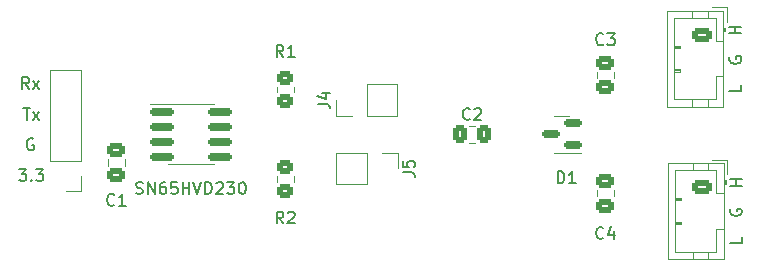
<source format=gto>
G04 #@! TF.GenerationSoftware,KiCad,Pcbnew,7.0.9-1.fc39*
G04 #@! TF.CreationDate,2023-11-14T16:09:12+02:00*
G04 #@! TF.ProjectId,CAN_transceiver_module,43414e5f-7472-4616-9e73-636569766572,v1.0*
G04 #@! TF.SameCoordinates,Original*
G04 #@! TF.FileFunction,Legend,Top*
G04 #@! TF.FilePolarity,Positive*
%FSLAX46Y46*%
G04 Gerber Fmt 4.6, Leading zero omitted, Abs format (unit mm)*
G04 Created by KiCad (PCBNEW 7.0.9-1.fc39) date 2023-11-14 16:09:12*
%MOMM*%
%LPD*%
G01*
G04 APERTURE LIST*
G04 Aperture macros list*
%AMRoundRect*
0 Rectangle with rounded corners*
0 $1 Rounding radius*
0 $2 $3 $4 $5 $6 $7 $8 $9 X,Y pos of 4 corners*
0 Add a 4 corners polygon primitive as box body*
4,1,4,$2,$3,$4,$5,$6,$7,$8,$9,$2,$3,0*
0 Add four circle primitives for the rounded corners*
1,1,$1+$1,$2,$3*
1,1,$1+$1,$4,$5*
1,1,$1+$1,$6,$7*
1,1,$1+$1,$8,$9*
0 Add four rect primitives between the rounded corners*
20,1,$1+$1,$2,$3,$4,$5,0*
20,1,$1+$1,$4,$5,$6,$7,0*
20,1,$1+$1,$6,$7,$8,$9,0*
20,1,$1+$1,$8,$9,$2,$3,0*%
G04 Aperture macros list end*
%ADD10C,0.150000*%
%ADD11C,0.120000*%
%ADD12R,1.700000X1.700000*%
%ADD13O,1.700000X1.700000*%
%ADD14RoundRect,0.250000X-0.625000X0.350000X-0.625000X-0.350000X0.625000X-0.350000X0.625000X0.350000X0*%
%ADD15O,1.750000X1.200000*%
%ADD16RoundRect,0.250000X-0.337500X-0.475000X0.337500X-0.475000X0.337500X0.475000X-0.337500X0.475000X0*%
%ADD17RoundRect,0.150000X0.587500X0.150000X-0.587500X0.150000X-0.587500X-0.150000X0.587500X-0.150000X0*%
%ADD18RoundRect,0.250000X-0.475000X0.337500X-0.475000X-0.337500X0.475000X-0.337500X0.475000X0.337500X0*%
%ADD19RoundRect,0.150000X-0.825000X-0.150000X0.825000X-0.150000X0.825000X0.150000X-0.825000X0.150000X0*%
%ADD20RoundRect,0.250000X0.475000X-0.337500X0.475000X0.337500X-0.475000X0.337500X-0.475000X-0.337500X0*%
%ADD21RoundRect,0.250000X0.450000X-0.350000X0.450000X0.350000X-0.450000X0.350000X-0.450000X-0.350000X0*%
%ADD22RoundRect,0.250000X-0.450000X0.350000X-0.450000X-0.350000X0.450000X-0.350000X0.450000X0.350000X0*%
G04 APERTURE END LIST*
D10*
X143061905Y-104154819D02*
X143061905Y-103154819D01*
X143061905Y-103154819D02*
X143300000Y-103154819D01*
X143300000Y-103154819D02*
X143442857Y-103202438D01*
X143442857Y-103202438D02*
X143538095Y-103297676D01*
X143538095Y-103297676D02*
X143585714Y-103392914D01*
X143585714Y-103392914D02*
X143633333Y-103583390D01*
X143633333Y-103583390D02*
X143633333Y-103726247D01*
X143633333Y-103726247D02*
X143585714Y-103916723D01*
X143585714Y-103916723D02*
X143538095Y-104011961D01*
X143538095Y-104011961D02*
X143442857Y-104107200D01*
X143442857Y-104107200D02*
X143300000Y-104154819D01*
X143300000Y-104154819D02*
X143061905Y-104154819D01*
X144585714Y-104154819D02*
X144014286Y-104154819D01*
X144300000Y-104154819D02*
X144300000Y-103154819D01*
X144300000Y-103154819D02*
X144204762Y-103297676D01*
X144204762Y-103297676D02*
X144109524Y-103392914D01*
X144109524Y-103392914D02*
X144014286Y-103440533D01*
X97809524Y-97754819D02*
X98380952Y-97754819D01*
X98095238Y-98754819D02*
X98095238Y-97754819D01*
X98619048Y-98754819D02*
X99142857Y-98088152D01*
X98619048Y-98088152D02*
X99142857Y-98754819D01*
X98661904Y-100402438D02*
X98566666Y-100354819D01*
X98566666Y-100354819D02*
X98423809Y-100354819D01*
X98423809Y-100354819D02*
X98280952Y-100402438D01*
X98280952Y-100402438D02*
X98185714Y-100497676D01*
X98185714Y-100497676D02*
X98138095Y-100592914D01*
X98138095Y-100592914D02*
X98090476Y-100783390D01*
X98090476Y-100783390D02*
X98090476Y-100926247D01*
X98090476Y-100926247D02*
X98138095Y-101116723D01*
X98138095Y-101116723D02*
X98185714Y-101211961D01*
X98185714Y-101211961D02*
X98280952Y-101307200D01*
X98280952Y-101307200D02*
X98423809Y-101354819D01*
X98423809Y-101354819D02*
X98519047Y-101354819D01*
X98519047Y-101354819D02*
X98661904Y-101307200D01*
X98661904Y-101307200D02*
X98709523Y-101259580D01*
X98709523Y-101259580D02*
X98709523Y-100926247D01*
X98709523Y-100926247D02*
X98519047Y-100926247D01*
X97452381Y-102954819D02*
X98071428Y-102954819D01*
X98071428Y-102954819D02*
X97738095Y-103335771D01*
X97738095Y-103335771D02*
X97880952Y-103335771D01*
X97880952Y-103335771D02*
X97976190Y-103383390D01*
X97976190Y-103383390D02*
X98023809Y-103431009D01*
X98023809Y-103431009D02*
X98071428Y-103526247D01*
X98071428Y-103526247D02*
X98071428Y-103764342D01*
X98071428Y-103764342D02*
X98023809Y-103859580D01*
X98023809Y-103859580D02*
X97976190Y-103907200D01*
X97976190Y-103907200D02*
X97880952Y-103954819D01*
X97880952Y-103954819D02*
X97595238Y-103954819D01*
X97595238Y-103954819D02*
X97500000Y-103907200D01*
X97500000Y-103907200D02*
X97452381Y-103859580D01*
X98500000Y-103859580D02*
X98547619Y-103907200D01*
X98547619Y-103907200D02*
X98500000Y-103954819D01*
X98500000Y-103954819D02*
X98452381Y-103907200D01*
X98452381Y-103907200D02*
X98500000Y-103859580D01*
X98500000Y-103859580D02*
X98500000Y-103954819D01*
X98880952Y-102954819D02*
X99499999Y-102954819D01*
X99499999Y-102954819D02*
X99166666Y-103335771D01*
X99166666Y-103335771D02*
X99309523Y-103335771D01*
X99309523Y-103335771D02*
X99404761Y-103383390D01*
X99404761Y-103383390D02*
X99452380Y-103431009D01*
X99452380Y-103431009D02*
X99499999Y-103526247D01*
X99499999Y-103526247D02*
X99499999Y-103764342D01*
X99499999Y-103764342D02*
X99452380Y-103859580D01*
X99452380Y-103859580D02*
X99404761Y-103907200D01*
X99404761Y-103907200D02*
X99309523Y-103954819D01*
X99309523Y-103954819D02*
X99023809Y-103954819D01*
X99023809Y-103954819D02*
X98928571Y-103907200D01*
X98928571Y-103907200D02*
X98880952Y-103859580D01*
X129959819Y-103233333D02*
X130674104Y-103233333D01*
X130674104Y-103233333D02*
X130816961Y-103280952D01*
X130816961Y-103280952D02*
X130912200Y-103376190D01*
X130912200Y-103376190D02*
X130959819Y-103519047D01*
X130959819Y-103519047D02*
X130959819Y-103614285D01*
X129959819Y-102280952D02*
X129959819Y-102757142D01*
X129959819Y-102757142D02*
X130436009Y-102804761D01*
X130436009Y-102804761D02*
X130388390Y-102757142D01*
X130388390Y-102757142D02*
X130340771Y-102661904D01*
X130340771Y-102661904D02*
X130340771Y-102423809D01*
X130340771Y-102423809D02*
X130388390Y-102328571D01*
X130388390Y-102328571D02*
X130436009Y-102280952D01*
X130436009Y-102280952D02*
X130531247Y-102233333D01*
X130531247Y-102233333D02*
X130769342Y-102233333D01*
X130769342Y-102233333D02*
X130864580Y-102280952D01*
X130864580Y-102280952D02*
X130912200Y-102328571D01*
X130912200Y-102328571D02*
X130959819Y-102423809D01*
X130959819Y-102423809D02*
X130959819Y-102661904D01*
X130959819Y-102661904D02*
X130912200Y-102757142D01*
X130912200Y-102757142D02*
X130864580Y-102804761D01*
X122749819Y-97433333D02*
X123464104Y-97433333D01*
X123464104Y-97433333D02*
X123606961Y-97480952D01*
X123606961Y-97480952D02*
X123702200Y-97576190D01*
X123702200Y-97576190D02*
X123749819Y-97719047D01*
X123749819Y-97719047D02*
X123749819Y-97814285D01*
X123083152Y-96528571D02*
X123749819Y-96528571D01*
X122702200Y-96766666D02*
X123416485Y-97004761D01*
X123416485Y-97004761D02*
X123416485Y-96385714D01*
X158604819Y-95838095D02*
X158604819Y-96314285D01*
X158604819Y-96314285D02*
X157604819Y-96314285D01*
X157652438Y-93457142D02*
X157604819Y-93552380D01*
X157604819Y-93552380D02*
X157604819Y-93695237D01*
X157604819Y-93695237D02*
X157652438Y-93838094D01*
X157652438Y-93838094D02*
X157747676Y-93933332D01*
X157747676Y-93933332D02*
X157842914Y-93980951D01*
X157842914Y-93980951D02*
X158033390Y-94028570D01*
X158033390Y-94028570D02*
X158176247Y-94028570D01*
X158176247Y-94028570D02*
X158366723Y-93980951D01*
X158366723Y-93980951D02*
X158461961Y-93933332D01*
X158461961Y-93933332D02*
X158557200Y-93838094D01*
X158557200Y-93838094D02*
X158604819Y-93695237D01*
X158604819Y-93695237D02*
X158604819Y-93599999D01*
X158604819Y-93599999D02*
X158557200Y-93457142D01*
X158557200Y-93457142D02*
X158509580Y-93409523D01*
X158509580Y-93409523D02*
X158176247Y-93409523D01*
X158176247Y-93409523D02*
X158176247Y-93599999D01*
X158604819Y-91457141D02*
X157604819Y-91457141D01*
X158081009Y-91457141D02*
X158081009Y-90885713D01*
X158604819Y-90885713D02*
X157604819Y-90885713D01*
X135633333Y-98679580D02*
X135585714Y-98727200D01*
X135585714Y-98727200D02*
X135442857Y-98774819D01*
X135442857Y-98774819D02*
X135347619Y-98774819D01*
X135347619Y-98774819D02*
X135204762Y-98727200D01*
X135204762Y-98727200D02*
X135109524Y-98631961D01*
X135109524Y-98631961D02*
X135061905Y-98536723D01*
X135061905Y-98536723D02*
X135014286Y-98346247D01*
X135014286Y-98346247D02*
X135014286Y-98203390D01*
X135014286Y-98203390D02*
X135061905Y-98012914D01*
X135061905Y-98012914D02*
X135109524Y-97917676D01*
X135109524Y-97917676D02*
X135204762Y-97822438D01*
X135204762Y-97822438D02*
X135347619Y-97774819D01*
X135347619Y-97774819D02*
X135442857Y-97774819D01*
X135442857Y-97774819D02*
X135585714Y-97822438D01*
X135585714Y-97822438D02*
X135633333Y-97870057D01*
X136014286Y-97870057D02*
X136061905Y-97822438D01*
X136061905Y-97822438D02*
X136157143Y-97774819D01*
X136157143Y-97774819D02*
X136395238Y-97774819D01*
X136395238Y-97774819D02*
X136490476Y-97822438D01*
X136490476Y-97822438D02*
X136538095Y-97870057D01*
X136538095Y-97870057D02*
X136585714Y-97965295D01*
X136585714Y-97965295D02*
X136585714Y-98060533D01*
X136585714Y-98060533D02*
X136538095Y-98203390D01*
X136538095Y-98203390D02*
X135966667Y-98774819D01*
X135966667Y-98774819D02*
X136585714Y-98774819D01*
X105533333Y-105959580D02*
X105485714Y-106007200D01*
X105485714Y-106007200D02*
X105342857Y-106054819D01*
X105342857Y-106054819D02*
X105247619Y-106054819D01*
X105247619Y-106054819D02*
X105104762Y-106007200D01*
X105104762Y-106007200D02*
X105009524Y-105911961D01*
X105009524Y-105911961D02*
X104961905Y-105816723D01*
X104961905Y-105816723D02*
X104914286Y-105626247D01*
X104914286Y-105626247D02*
X104914286Y-105483390D01*
X104914286Y-105483390D02*
X104961905Y-105292914D01*
X104961905Y-105292914D02*
X105009524Y-105197676D01*
X105009524Y-105197676D02*
X105104762Y-105102438D01*
X105104762Y-105102438D02*
X105247619Y-105054819D01*
X105247619Y-105054819D02*
X105342857Y-105054819D01*
X105342857Y-105054819D02*
X105485714Y-105102438D01*
X105485714Y-105102438D02*
X105533333Y-105150057D01*
X106485714Y-106054819D02*
X105914286Y-106054819D01*
X106200000Y-106054819D02*
X106200000Y-105054819D01*
X106200000Y-105054819D02*
X106104762Y-105197676D01*
X106104762Y-105197676D02*
X106009524Y-105292914D01*
X106009524Y-105292914D02*
X105914286Y-105340533D01*
X107357143Y-105007200D02*
X107500000Y-105054819D01*
X107500000Y-105054819D02*
X107738095Y-105054819D01*
X107738095Y-105054819D02*
X107833333Y-105007200D01*
X107833333Y-105007200D02*
X107880952Y-104959580D01*
X107880952Y-104959580D02*
X107928571Y-104864342D01*
X107928571Y-104864342D02*
X107928571Y-104769104D01*
X107928571Y-104769104D02*
X107880952Y-104673866D01*
X107880952Y-104673866D02*
X107833333Y-104626247D01*
X107833333Y-104626247D02*
X107738095Y-104578628D01*
X107738095Y-104578628D02*
X107547619Y-104531009D01*
X107547619Y-104531009D02*
X107452381Y-104483390D01*
X107452381Y-104483390D02*
X107404762Y-104435771D01*
X107404762Y-104435771D02*
X107357143Y-104340533D01*
X107357143Y-104340533D02*
X107357143Y-104245295D01*
X107357143Y-104245295D02*
X107404762Y-104150057D01*
X107404762Y-104150057D02*
X107452381Y-104102438D01*
X107452381Y-104102438D02*
X107547619Y-104054819D01*
X107547619Y-104054819D02*
X107785714Y-104054819D01*
X107785714Y-104054819D02*
X107928571Y-104102438D01*
X108357143Y-105054819D02*
X108357143Y-104054819D01*
X108357143Y-104054819D02*
X108928571Y-105054819D01*
X108928571Y-105054819D02*
X108928571Y-104054819D01*
X109833333Y-104054819D02*
X109642857Y-104054819D01*
X109642857Y-104054819D02*
X109547619Y-104102438D01*
X109547619Y-104102438D02*
X109500000Y-104150057D01*
X109500000Y-104150057D02*
X109404762Y-104292914D01*
X109404762Y-104292914D02*
X109357143Y-104483390D01*
X109357143Y-104483390D02*
X109357143Y-104864342D01*
X109357143Y-104864342D02*
X109404762Y-104959580D01*
X109404762Y-104959580D02*
X109452381Y-105007200D01*
X109452381Y-105007200D02*
X109547619Y-105054819D01*
X109547619Y-105054819D02*
X109738095Y-105054819D01*
X109738095Y-105054819D02*
X109833333Y-105007200D01*
X109833333Y-105007200D02*
X109880952Y-104959580D01*
X109880952Y-104959580D02*
X109928571Y-104864342D01*
X109928571Y-104864342D02*
X109928571Y-104626247D01*
X109928571Y-104626247D02*
X109880952Y-104531009D01*
X109880952Y-104531009D02*
X109833333Y-104483390D01*
X109833333Y-104483390D02*
X109738095Y-104435771D01*
X109738095Y-104435771D02*
X109547619Y-104435771D01*
X109547619Y-104435771D02*
X109452381Y-104483390D01*
X109452381Y-104483390D02*
X109404762Y-104531009D01*
X109404762Y-104531009D02*
X109357143Y-104626247D01*
X110833333Y-104054819D02*
X110357143Y-104054819D01*
X110357143Y-104054819D02*
X110309524Y-104531009D01*
X110309524Y-104531009D02*
X110357143Y-104483390D01*
X110357143Y-104483390D02*
X110452381Y-104435771D01*
X110452381Y-104435771D02*
X110690476Y-104435771D01*
X110690476Y-104435771D02*
X110785714Y-104483390D01*
X110785714Y-104483390D02*
X110833333Y-104531009D01*
X110833333Y-104531009D02*
X110880952Y-104626247D01*
X110880952Y-104626247D02*
X110880952Y-104864342D01*
X110880952Y-104864342D02*
X110833333Y-104959580D01*
X110833333Y-104959580D02*
X110785714Y-105007200D01*
X110785714Y-105007200D02*
X110690476Y-105054819D01*
X110690476Y-105054819D02*
X110452381Y-105054819D01*
X110452381Y-105054819D02*
X110357143Y-105007200D01*
X110357143Y-105007200D02*
X110309524Y-104959580D01*
X111309524Y-105054819D02*
X111309524Y-104054819D01*
X111309524Y-104531009D02*
X111880952Y-104531009D01*
X111880952Y-105054819D02*
X111880952Y-104054819D01*
X112214286Y-104054819D02*
X112547619Y-105054819D01*
X112547619Y-105054819D02*
X112880952Y-104054819D01*
X113214286Y-105054819D02*
X113214286Y-104054819D01*
X113214286Y-104054819D02*
X113452381Y-104054819D01*
X113452381Y-104054819D02*
X113595238Y-104102438D01*
X113595238Y-104102438D02*
X113690476Y-104197676D01*
X113690476Y-104197676D02*
X113738095Y-104292914D01*
X113738095Y-104292914D02*
X113785714Y-104483390D01*
X113785714Y-104483390D02*
X113785714Y-104626247D01*
X113785714Y-104626247D02*
X113738095Y-104816723D01*
X113738095Y-104816723D02*
X113690476Y-104911961D01*
X113690476Y-104911961D02*
X113595238Y-105007200D01*
X113595238Y-105007200D02*
X113452381Y-105054819D01*
X113452381Y-105054819D02*
X113214286Y-105054819D01*
X114166667Y-104150057D02*
X114214286Y-104102438D01*
X114214286Y-104102438D02*
X114309524Y-104054819D01*
X114309524Y-104054819D02*
X114547619Y-104054819D01*
X114547619Y-104054819D02*
X114642857Y-104102438D01*
X114642857Y-104102438D02*
X114690476Y-104150057D01*
X114690476Y-104150057D02*
X114738095Y-104245295D01*
X114738095Y-104245295D02*
X114738095Y-104340533D01*
X114738095Y-104340533D02*
X114690476Y-104483390D01*
X114690476Y-104483390D02*
X114119048Y-105054819D01*
X114119048Y-105054819D02*
X114738095Y-105054819D01*
X115071429Y-104054819D02*
X115690476Y-104054819D01*
X115690476Y-104054819D02*
X115357143Y-104435771D01*
X115357143Y-104435771D02*
X115500000Y-104435771D01*
X115500000Y-104435771D02*
X115595238Y-104483390D01*
X115595238Y-104483390D02*
X115642857Y-104531009D01*
X115642857Y-104531009D02*
X115690476Y-104626247D01*
X115690476Y-104626247D02*
X115690476Y-104864342D01*
X115690476Y-104864342D02*
X115642857Y-104959580D01*
X115642857Y-104959580D02*
X115595238Y-105007200D01*
X115595238Y-105007200D02*
X115500000Y-105054819D01*
X115500000Y-105054819D02*
X115214286Y-105054819D01*
X115214286Y-105054819D02*
X115119048Y-105007200D01*
X115119048Y-105007200D02*
X115071429Y-104959580D01*
X116309524Y-104054819D02*
X116404762Y-104054819D01*
X116404762Y-104054819D02*
X116500000Y-104102438D01*
X116500000Y-104102438D02*
X116547619Y-104150057D01*
X116547619Y-104150057D02*
X116595238Y-104245295D01*
X116595238Y-104245295D02*
X116642857Y-104435771D01*
X116642857Y-104435771D02*
X116642857Y-104673866D01*
X116642857Y-104673866D02*
X116595238Y-104864342D01*
X116595238Y-104864342D02*
X116547619Y-104959580D01*
X116547619Y-104959580D02*
X116500000Y-105007200D01*
X116500000Y-105007200D02*
X116404762Y-105054819D01*
X116404762Y-105054819D02*
X116309524Y-105054819D01*
X116309524Y-105054819D02*
X116214286Y-105007200D01*
X116214286Y-105007200D02*
X116166667Y-104959580D01*
X116166667Y-104959580D02*
X116119048Y-104864342D01*
X116119048Y-104864342D02*
X116071429Y-104673866D01*
X116071429Y-104673866D02*
X116071429Y-104435771D01*
X116071429Y-104435771D02*
X116119048Y-104245295D01*
X116119048Y-104245295D02*
X116166667Y-104150057D01*
X116166667Y-104150057D02*
X116214286Y-104102438D01*
X116214286Y-104102438D02*
X116309524Y-104054819D01*
X146933333Y-108759580D02*
X146885714Y-108807200D01*
X146885714Y-108807200D02*
X146742857Y-108854819D01*
X146742857Y-108854819D02*
X146647619Y-108854819D01*
X146647619Y-108854819D02*
X146504762Y-108807200D01*
X146504762Y-108807200D02*
X146409524Y-108711961D01*
X146409524Y-108711961D02*
X146361905Y-108616723D01*
X146361905Y-108616723D02*
X146314286Y-108426247D01*
X146314286Y-108426247D02*
X146314286Y-108283390D01*
X146314286Y-108283390D02*
X146361905Y-108092914D01*
X146361905Y-108092914D02*
X146409524Y-107997676D01*
X146409524Y-107997676D02*
X146504762Y-107902438D01*
X146504762Y-107902438D02*
X146647619Y-107854819D01*
X146647619Y-107854819D02*
X146742857Y-107854819D01*
X146742857Y-107854819D02*
X146885714Y-107902438D01*
X146885714Y-107902438D02*
X146933333Y-107950057D01*
X147790476Y-108188152D02*
X147790476Y-108854819D01*
X147552381Y-107807200D02*
X147314286Y-108521485D01*
X147314286Y-108521485D02*
X147933333Y-108521485D01*
X119833333Y-107554819D02*
X119500000Y-107078628D01*
X119261905Y-107554819D02*
X119261905Y-106554819D01*
X119261905Y-106554819D02*
X119642857Y-106554819D01*
X119642857Y-106554819D02*
X119738095Y-106602438D01*
X119738095Y-106602438D02*
X119785714Y-106650057D01*
X119785714Y-106650057D02*
X119833333Y-106745295D01*
X119833333Y-106745295D02*
X119833333Y-106888152D01*
X119833333Y-106888152D02*
X119785714Y-106983390D01*
X119785714Y-106983390D02*
X119738095Y-107031009D01*
X119738095Y-107031009D02*
X119642857Y-107078628D01*
X119642857Y-107078628D02*
X119261905Y-107078628D01*
X120214286Y-106650057D02*
X120261905Y-106602438D01*
X120261905Y-106602438D02*
X120357143Y-106554819D01*
X120357143Y-106554819D02*
X120595238Y-106554819D01*
X120595238Y-106554819D02*
X120690476Y-106602438D01*
X120690476Y-106602438D02*
X120738095Y-106650057D01*
X120738095Y-106650057D02*
X120785714Y-106745295D01*
X120785714Y-106745295D02*
X120785714Y-106840533D01*
X120785714Y-106840533D02*
X120738095Y-106983390D01*
X120738095Y-106983390D02*
X120166667Y-107554819D01*
X120166667Y-107554819D02*
X120785714Y-107554819D01*
X158654819Y-108738095D02*
X158654819Y-109214285D01*
X158654819Y-109214285D02*
X157654819Y-109214285D01*
X157702438Y-106357142D02*
X157654819Y-106452380D01*
X157654819Y-106452380D02*
X157654819Y-106595237D01*
X157654819Y-106595237D02*
X157702438Y-106738094D01*
X157702438Y-106738094D02*
X157797676Y-106833332D01*
X157797676Y-106833332D02*
X157892914Y-106880951D01*
X157892914Y-106880951D02*
X158083390Y-106928570D01*
X158083390Y-106928570D02*
X158226247Y-106928570D01*
X158226247Y-106928570D02*
X158416723Y-106880951D01*
X158416723Y-106880951D02*
X158511961Y-106833332D01*
X158511961Y-106833332D02*
X158607200Y-106738094D01*
X158607200Y-106738094D02*
X158654819Y-106595237D01*
X158654819Y-106595237D02*
X158654819Y-106499999D01*
X158654819Y-106499999D02*
X158607200Y-106357142D01*
X158607200Y-106357142D02*
X158559580Y-106309523D01*
X158559580Y-106309523D02*
X158226247Y-106309523D01*
X158226247Y-106309523D02*
X158226247Y-106499999D01*
X158654819Y-104357141D02*
X157654819Y-104357141D01*
X158131009Y-104357141D02*
X158131009Y-103785713D01*
X158654819Y-103785713D02*
X157654819Y-103785713D01*
X146933333Y-92359580D02*
X146885714Y-92407200D01*
X146885714Y-92407200D02*
X146742857Y-92454819D01*
X146742857Y-92454819D02*
X146647619Y-92454819D01*
X146647619Y-92454819D02*
X146504762Y-92407200D01*
X146504762Y-92407200D02*
X146409524Y-92311961D01*
X146409524Y-92311961D02*
X146361905Y-92216723D01*
X146361905Y-92216723D02*
X146314286Y-92026247D01*
X146314286Y-92026247D02*
X146314286Y-91883390D01*
X146314286Y-91883390D02*
X146361905Y-91692914D01*
X146361905Y-91692914D02*
X146409524Y-91597676D01*
X146409524Y-91597676D02*
X146504762Y-91502438D01*
X146504762Y-91502438D02*
X146647619Y-91454819D01*
X146647619Y-91454819D02*
X146742857Y-91454819D01*
X146742857Y-91454819D02*
X146885714Y-91502438D01*
X146885714Y-91502438D02*
X146933333Y-91550057D01*
X147266667Y-91454819D02*
X147885714Y-91454819D01*
X147885714Y-91454819D02*
X147552381Y-91835771D01*
X147552381Y-91835771D02*
X147695238Y-91835771D01*
X147695238Y-91835771D02*
X147790476Y-91883390D01*
X147790476Y-91883390D02*
X147838095Y-91931009D01*
X147838095Y-91931009D02*
X147885714Y-92026247D01*
X147885714Y-92026247D02*
X147885714Y-92264342D01*
X147885714Y-92264342D02*
X147838095Y-92359580D01*
X147838095Y-92359580D02*
X147790476Y-92407200D01*
X147790476Y-92407200D02*
X147695238Y-92454819D01*
X147695238Y-92454819D02*
X147409524Y-92454819D01*
X147409524Y-92454819D02*
X147314286Y-92407200D01*
X147314286Y-92407200D02*
X147266667Y-92359580D01*
X98304761Y-96154819D02*
X97971428Y-95678628D01*
X97733333Y-96154819D02*
X97733333Y-95154819D01*
X97733333Y-95154819D02*
X98114285Y-95154819D01*
X98114285Y-95154819D02*
X98209523Y-95202438D01*
X98209523Y-95202438D02*
X98257142Y-95250057D01*
X98257142Y-95250057D02*
X98304761Y-95345295D01*
X98304761Y-95345295D02*
X98304761Y-95488152D01*
X98304761Y-95488152D02*
X98257142Y-95583390D01*
X98257142Y-95583390D02*
X98209523Y-95631009D01*
X98209523Y-95631009D02*
X98114285Y-95678628D01*
X98114285Y-95678628D02*
X97733333Y-95678628D01*
X98638095Y-96154819D02*
X99161904Y-95488152D01*
X98638095Y-95488152D02*
X99161904Y-96154819D01*
X119833333Y-93454819D02*
X119500000Y-92978628D01*
X119261905Y-93454819D02*
X119261905Y-92454819D01*
X119261905Y-92454819D02*
X119642857Y-92454819D01*
X119642857Y-92454819D02*
X119738095Y-92502438D01*
X119738095Y-92502438D02*
X119785714Y-92550057D01*
X119785714Y-92550057D02*
X119833333Y-92645295D01*
X119833333Y-92645295D02*
X119833333Y-92788152D01*
X119833333Y-92788152D02*
X119785714Y-92883390D01*
X119785714Y-92883390D02*
X119738095Y-92931009D01*
X119738095Y-92931009D02*
X119642857Y-92978628D01*
X119642857Y-92978628D02*
X119261905Y-92978628D01*
X120785714Y-93454819D02*
X120214286Y-93454819D01*
X120500000Y-93454819D02*
X120500000Y-92454819D01*
X120500000Y-92454819D02*
X120404762Y-92597676D01*
X120404762Y-92597676D02*
X120309524Y-92692914D01*
X120309524Y-92692914D02*
X120214286Y-92740533D01*
D11*
X128175000Y-101570000D02*
X129505000Y-101570000D01*
X124305000Y-101570000D02*
X124305000Y-104230000D01*
X126905000Y-101570000D02*
X124305000Y-101570000D01*
X126905000Y-101570000D02*
X126905000Y-104230000D01*
X129505000Y-101570000D02*
X129505000Y-102900000D01*
X126905000Y-104230000D02*
X124305000Y-104230000D01*
X126895000Y-95770000D02*
X129495000Y-95770000D01*
X124295000Y-98430000D02*
X124295000Y-97100000D01*
X126895000Y-98430000D02*
X126895000Y-95770000D01*
X126895000Y-98430000D02*
X129495000Y-98430000D01*
X129495000Y-98430000D02*
X129495000Y-95770000D01*
X125625000Y-98430000D02*
X124295000Y-98430000D01*
X157360000Y-89240000D02*
X156110000Y-89240000D01*
X157060000Y-89540000D02*
X152340000Y-89540000D01*
X155750000Y-89540000D02*
X155750000Y-90150000D01*
X154450000Y-89540000D02*
X154450000Y-90150000D01*
X152340000Y-89540000D02*
X152340000Y-97660000D01*
X156450000Y-90150000D02*
X152950000Y-90150000D01*
X152950000Y-90150000D02*
X152950000Y-97050000D01*
X157360000Y-90490000D02*
X157360000Y-89240000D01*
X157260000Y-91000000D02*
X157060000Y-91000000D01*
X157260000Y-91300000D02*
X157260000Y-91000000D01*
X157160000Y-91300000D02*
X157160000Y-91000000D01*
X157060000Y-91300000D02*
X157260000Y-91300000D01*
X157060000Y-92100000D02*
X156450000Y-92100000D01*
X156450000Y-92100000D02*
X156450000Y-90150000D01*
X153450000Y-92500000D02*
X153450000Y-92700000D01*
X152950000Y-92500000D02*
X153450000Y-92500000D01*
X152950000Y-92600000D02*
X153450000Y-92600000D01*
X153450000Y-92700000D02*
X152950000Y-92700000D01*
X153450000Y-94500000D02*
X153450000Y-94700000D01*
X152950000Y-94500000D02*
X153450000Y-94500000D01*
X152950000Y-94600000D02*
X153450000Y-94600000D01*
X153450000Y-94700000D02*
X152950000Y-94700000D01*
X156450000Y-95100000D02*
X157060000Y-95100000D01*
X156450000Y-97050000D02*
X156450000Y-95100000D01*
X152950000Y-97050000D02*
X156450000Y-97050000D01*
X157060000Y-97660000D02*
X157060000Y-89540000D01*
X155750000Y-97660000D02*
X155750000Y-97050000D01*
X154450000Y-97660000D02*
X154450000Y-97050000D01*
X152340000Y-97660000D02*
X157060000Y-97660000D01*
X135538748Y-100735000D02*
X136061252Y-100735000D01*
X135538748Y-99265000D02*
X136061252Y-99265000D01*
X143400000Y-101560000D02*
X145075000Y-101560000D01*
X143400000Y-101560000D02*
X142750000Y-101560000D01*
X143400000Y-98440000D02*
X144050000Y-98440000D01*
X143400000Y-98440000D02*
X142750000Y-98440000D01*
X106435000Y-102138748D02*
X106435000Y-102661252D01*
X104965000Y-102138748D02*
X104965000Y-102661252D01*
X112000000Y-97440000D02*
X108550000Y-97440000D01*
X112000000Y-97440000D02*
X113950000Y-97440000D01*
X112000000Y-102560000D02*
X110050000Y-102560000D01*
X112000000Y-102560000D02*
X113950000Y-102560000D01*
X146365000Y-105261252D02*
X146365000Y-104738748D01*
X147835000Y-105261252D02*
X147835000Y-104738748D01*
X120735000Y-104027064D02*
X120735000Y-103572936D01*
X119265000Y-104027064D02*
X119265000Y-103572936D01*
X157410000Y-102140000D02*
X156160000Y-102140000D01*
X157110000Y-102440000D02*
X152390000Y-102440000D01*
X155800000Y-102440000D02*
X155800000Y-103050000D01*
X154500000Y-102440000D02*
X154500000Y-103050000D01*
X152390000Y-102440000D02*
X152390000Y-110560000D01*
X156500000Y-103050000D02*
X153000000Y-103050000D01*
X153000000Y-103050000D02*
X153000000Y-109950000D01*
X157410000Y-103390000D02*
X157410000Y-102140000D01*
X157310000Y-103900000D02*
X157110000Y-103900000D01*
X157310000Y-104200000D02*
X157310000Y-103900000D01*
X157210000Y-104200000D02*
X157210000Y-103900000D01*
X157110000Y-104200000D02*
X157310000Y-104200000D01*
X157110000Y-105000000D02*
X156500000Y-105000000D01*
X156500000Y-105000000D02*
X156500000Y-103050000D01*
X153500000Y-105400000D02*
X153500000Y-105600000D01*
X153000000Y-105400000D02*
X153500000Y-105400000D01*
X153000000Y-105500000D02*
X153500000Y-105500000D01*
X153500000Y-105600000D02*
X153000000Y-105600000D01*
X153500000Y-107400000D02*
X153500000Y-107600000D01*
X153000000Y-107400000D02*
X153500000Y-107400000D01*
X153000000Y-107500000D02*
X153500000Y-107500000D01*
X153500000Y-107600000D02*
X153000000Y-107600000D01*
X156500000Y-108000000D02*
X157110000Y-108000000D01*
X156500000Y-109950000D02*
X156500000Y-108000000D01*
X153000000Y-109950000D02*
X156500000Y-109950000D01*
X157110000Y-110560000D02*
X157110000Y-102440000D01*
X155800000Y-110560000D02*
X155800000Y-109950000D01*
X154500000Y-110560000D02*
X154500000Y-109950000D01*
X152390000Y-110560000D02*
X157110000Y-110560000D01*
X146365000Y-95261252D02*
X146365000Y-94738748D01*
X147835000Y-95261252D02*
X147835000Y-94738748D01*
X102730000Y-104830000D02*
X101400000Y-104830000D01*
X102730000Y-103500000D02*
X102730000Y-104830000D01*
X102730000Y-102230000D02*
X102730000Y-94550000D01*
X102730000Y-102230000D02*
X100070000Y-102230000D01*
X102730000Y-94550000D02*
X100070000Y-94550000D01*
X100070000Y-102230000D02*
X100070000Y-94550000D01*
X119265000Y-95972936D02*
X119265000Y-96427064D01*
X120735000Y-95972936D02*
X120735000Y-96427064D01*
%LPC*%
D12*
X128175000Y-102900000D03*
D13*
X125635000Y-102900000D03*
X128165000Y-97100000D03*
D12*
X125625000Y-97100000D03*
D14*
X155250000Y-91600000D03*
D15*
X155250000Y-93600000D03*
X155250000Y-95600000D03*
D16*
X136837500Y-100000000D03*
X134762500Y-100000000D03*
D17*
X144337500Y-100950000D03*
X144337500Y-99050000D03*
X142462500Y-100000000D03*
D18*
X105700000Y-101362500D03*
X105700000Y-103437500D03*
D19*
X109525000Y-98095000D03*
X109525000Y-99365000D03*
X109525000Y-100635000D03*
X109525000Y-101905000D03*
X114475000Y-101905000D03*
X114475000Y-100635000D03*
X114475000Y-99365000D03*
X114475000Y-98095000D03*
D20*
X147100000Y-106037500D03*
X147100000Y-103962500D03*
D21*
X120000000Y-102800000D03*
X120000000Y-104800000D03*
D14*
X155300000Y-104500000D03*
D15*
X155300000Y-106500000D03*
X155300000Y-108500000D03*
D20*
X147100000Y-96037500D03*
X147100000Y-93962500D03*
D12*
X101400000Y-103500000D03*
D13*
X101400000Y-100960000D03*
X101400000Y-98420000D03*
X101400000Y-95880000D03*
D22*
X120000000Y-97200000D03*
X120000000Y-95200000D03*
%LPD*%
M02*

</source>
